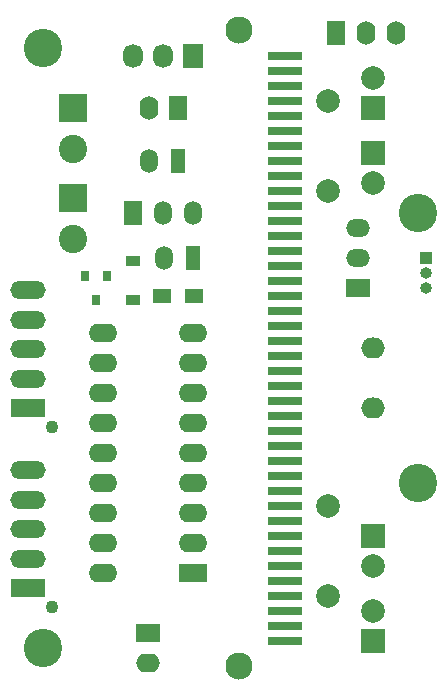
<source format=gts>
G04 #@! TF.FileFunction,Soldermask,Top*
%FSLAX46Y46*%
G04 Gerber Fmt 4.6, Leading zero omitted, Abs format (unit mm)*
G04 Created by KiCad (PCBNEW 4.0.7) date 09/14/19 13:27:37*
%MOMM*%
%LPD*%
G01*
G04 APERTURE LIST*
%ADD10C,0.100000*%
%ADD11O,2.000000X1.778000*%
%ADD12R,1.500000X2.000000*%
%ADD13O,1.600000X2.000000*%
%ADD14R,1.300000X2.000000*%
%ADD15O,1.500000X2.000000*%
%ADD16R,1.600000X2.000000*%
%ADD17O,2.000000X1.600000*%
%ADD18R,2.000000X1.600000*%
%ADD19O,1.520000X2.000000*%
%ADD20R,1.520000X2.000000*%
%ADD21O,2.000000X1.520000*%
%ADD22R,2.000000X1.520000*%
%ADD23R,1.000000X1.000000*%
%ADD24O,1.000000X1.000000*%
%ADD25R,3.000000X1.500000*%
%ADD26O,3.000000X1.500000*%
%ADD27C,1.100000*%
%ADD28C,2.000000*%
%ADD29R,2.000000X2.000000*%
%ADD30C,3.250000*%
%ADD31R,1.727200X2.032000*%
%ADD32O,1.727200X2.032000*%
%ADD33C,2.400000*%
%ADD34R,2.400000X2.400000*%
%ADD35C,2.300000*%
%ADD36R,2.900000X0.800000*%
%ADD37R,2.400000X1.600000*%
%ADD38O,2.400000X1.600000*%
%ADD39R,0.800000X0.900000*%
%ADD40R,1.500000X1.300000*%
%ADD41R,1.200000X0.900000*%
G04 APERTURE END LIST*
D10*
D11*
X153670000Y-88900000D03*
X153670000Y-93980000D03*
D12*
X150495000Y-62230000D03*
D13*
X153035000Y-62230000D03*
X155575000Y-62230000D03*
D14*
X138430000Y-81280000D03*
D15*
X135930000Y-81280000D03*
D14*
X137160000Y-73025000D03*
D15*
X134660000Y-73025000D03*
D16*
X137160000Y-68580000D03*
D13*
X134660000Y-68580000D03*
D17*
X134620000Y-115530000D03*
D18*
X134620000Y-113030000D03*
D19*
X135890000Y-77470000D03*
X138430000Y-77470000D03*
D20*
X133350000Y-77470000D03*
D21*
X152400000Y-81280000D03*
X152400000Y-78740000D03*
D22*
X152400000Y-83820000D03*
D23*
X158115000Y-81280000D03*
D24*
X158115000Y-82550000D03*
X158115000Y-83820000D03*
D25*
X124460000Y-93980000D03*
D26*
X124460000Y-91480000D03*
X124460000Y-88980000D03*
X124460000Y-86480000D03*
X124460000Y-83980000D03*
D27*
X126460000Y-95580000D03*
D28*
X153670000Y-111125000D03*
D29*
X153670000Y-113665000D03*
D28*
X153670000Y-66040000D03*
D29*
X153670000Y-68580000D03*
D28*
X153670000Y-74930000D03*
D29*
X153670000Y-72390000D03*
D30*
X157480000Y-100330000D03*
X125730000Y-114300000D03*
X157480000Y-77470000D03*
X125730000Y-63500000D03*
D31*
X138430000Y-64135000D03*
D32*
X135890000Y-64135000D03*
X133350000Y-64135000D03*
D33*
X128270000Y-72080000D03*
D34*
X128270000Y-68580000D03*
D33*
X128270000Y-79700000D03*
D34*
X128270000Y-76200000D03*
D28*
X153670000Y-107315000D03*
D29*
X153670000Y-104775000D03*
D28*
X149860000Y-75565000D03*
X149860000Y-67945000D03*
X149860000Y-102235000D03*
X149860000Y-109855000D03*
D35*
X142310000Y-62000000D03*
D36*
X146210000Y-113665000D03*
X146210000Y-111125000D03*
X146210000Y-108585000D03*
X146210000Y-106045000D03*
X146210000Y-103505000D03*
X146210000Y-100965000D03*
X146210000Y-98425000D03*
X146210000Y-95885000D03*
X146210000Y-93345000D03*
X146210000Y-90805000D03*
X146210000Y-88265000D03*
X146210000Y-85725000D03*
X146210000Y-83185000D03*
X146210000Y-80645000D03*
X146210000Y-78105000D03*
X146210000Y-75565000D03*
X146210000Y-73025000D03*
X146210000Y-70485000D03*
X146210000Y-67945000D03*
X146210000Y-65405000D03*
X146210000Y-112395000D03*
X146210000Y-109855000D03*
X146210000Y-107315000D03*
X146210000Y-104775000D03*
X146210000Y-102235000D03*
X146210000Y-99695000D03*
X146210000Y-97155000D03*
X146210000Y-94615000D03*
X146210000Y-92075000D03*
X146210000Y-89535000D03*
X146210000Y-86995000D03*
X146210000Y-84455000D03*
X146210000Y-81915000D03*
X146210000Y-79375000D03*
X146210000Y-76835000D03*
X146210000Y-74295000D03*
X146210000Y-71755000D03*
X146210000Y-69215000D03*
X146210000Y-66675000D03*
X146210000Y-64135000D03*
D35*
X142310000Y-115800000D03*
D37*
X138430000Y-107950000D03*
D38*
X130810000Y-87630000D03*
X138430000Y-105410000D03*
X130810000Y-90170000D03*
X138430000Y-102870000D03*
X130810000Y-92710000D03*
X138430000Y-100330000D03*
X130810000Y-95250000D03*
X138430000Y-97790000D03*
X130810000Y-97790000D03*
X138430000Y-95250000D03*
X130810000Y-100330000D03*
X138430000Y-92710000D03*
X130810000Y-102870000D03*
X138430000Y-90170000D03*
X130810000Y-105410000D03*
X138430000Y-87630000D03*
X130810000Y-107950000D03*
D25*
X124460000Y-109220000D03*
D26*
X124460000Y-106720000D03*
X124460000Y-104220000D03*
X124460000Y-101720000D03*
X124460000Y-99220000D03*
D27*
X126460000Y-110820000D03*
D39*
X131125000Y-82820000D03*
X129225000Y-82820000D03*
X130175000Y-84820000D03*
D40*
X135810000Y-84455000D03*
X138510000Y-84455000D03*
D41*
X133350000Y-81535000D03*
X133350000Y-84835000D03*
M02*

</source>
